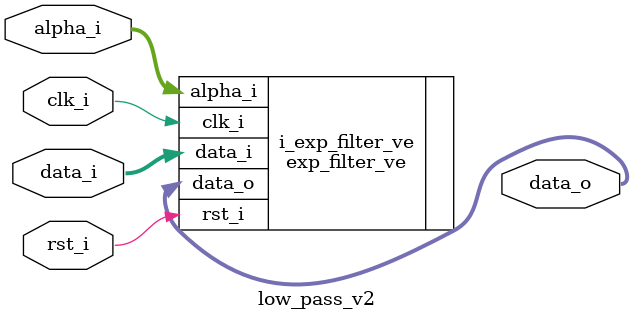
<source format=v>
`timescale 1ns / 1ps


module low_pass_v2 #(
    parameter WIDTH = 16,
    parameter alpha_WIDTH = 32
    )(
    
    input wire clk_i,
    input wire rst_i,
    input wire signed [WIDTH-1:0] data_i,
    input wire [alpha_WIDTH-1:0] alpha_i,
    
    output wire signed [WIDTH-1:0] data_o
    );
    
    //wire signed [WIDTH-1:0] output_exp;
    
    
    exp_filter_ve #(.WIDTH(WIDTH),                  
                    .alpha_WIDTH(alpha_WIDTH))
        i_exp_filter_ve (.clk_i(clk_i),
                         .rst_i(rst_i),
                         .data_i(data_i),
                         .alpha_i(alpha_i),
                         .data_o(data_o)
                         //.data_o(output_exp) 
                         );
    
    //sum_filter #(.WIDTH(16)) 
        //i_sum_filter (.clk_i(clk_i),
                      //.rst_i(rst_i),
                      //.data_i(output_exp),
                      //.data_o(data_o)
                      //);
    
endmodule

</source>
